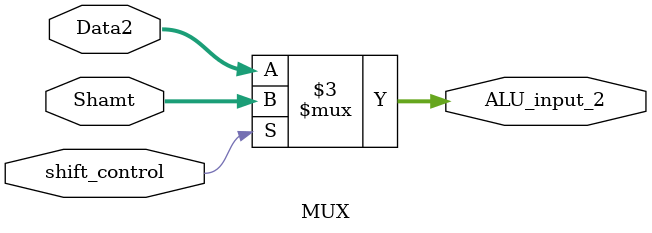
<source format=v>
`timescale 1ns / 1ps
module MUX(
    input shift_control,
    input [7:0] Data2,
    input [7:0] Shamt,
    output reg [7:0] ALU_input_2
    );
always@(*)
begin
if(shift_control)
begin
    ALU_input_2 = Shamt;
end
else
begin
    ALU_input_2 = Data2;
end
end
endmodule

</source>
